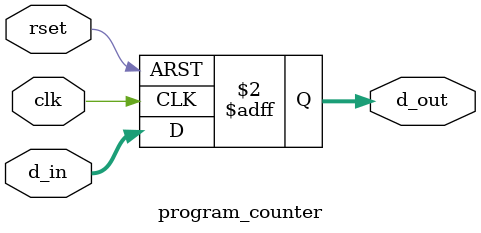
<source format=v>
`timescale 1ps/1ps 

module program_counter(d_out, clk, rset, d_in);
/////////Inputs
input clk;
input rset;
input [31:0] d_in;
////////Output
output reg [31:0] d_out;

always @(posedge clk, posedge rset)
begin 
#50
if (rset)
	d_out <= 0;
else 
	d_out <= d_in;	
end
endmodule

</source>
